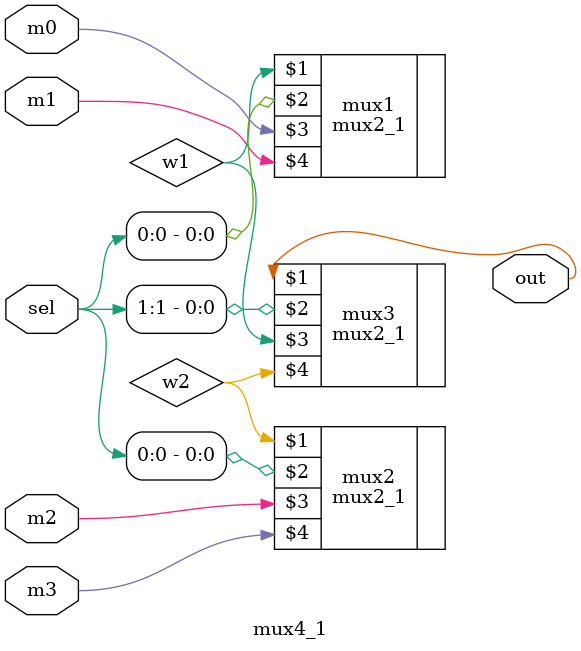
<source format=v>
module mux4_1(out,sel,m0,m1,m2,m3);

input m0, m1, m2, m3;
input [1:0] sel;
output out;

wire w1 ,w2;

mux2_1 mux1(w1,sel[0],m0,m1),
		mux2(w2,sel[0],m2,m3),
		mux3(out,sel[1],w1,w2);

endmodule
</source>
